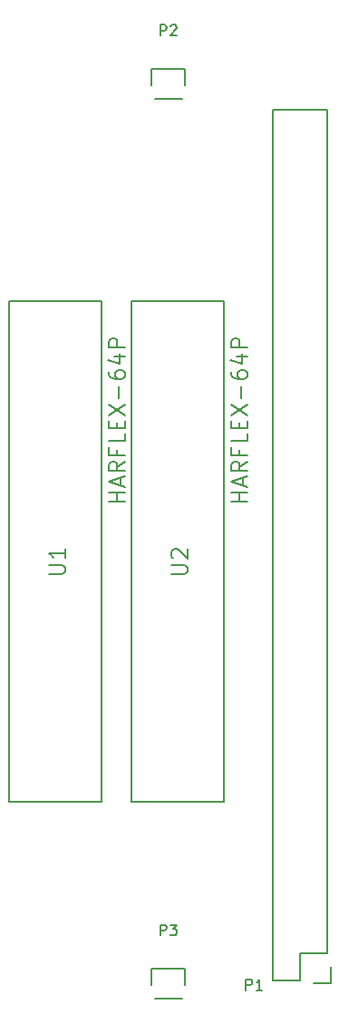
<source format=gto>
G04 #@! TF.FileFunction,Legend,Top*
%FSLAX46Y46*%
G04 Gerber Fmt 4.6, Leading zero omitted, Abs format (unit mm)*
G04 Created by KiCad (PCBNEW 4.0.4-stable) date 11/09/16 23:44:31*
%MOMM*%
%LPD*%
G01*
G04 APERTURE LIST*
%ADD10C,0.150000*%
G04 APERTURE END LIST*
D10*
X16550000Y-6450000D02*
X16550000Y-8000000D01*
X13450000Y-8000000D02*
X13450000Y-6450000D01*
X13450000Y-6450000D02*
X16550000Y-6450000D01*
X13730000Y-9270000D02*
X16270000Y-9270000D01*
X24790000Y-10270000D02*
X24790000Y-91550000D01*
X29870000Y-89010000D02*
X29870000Y-10270000D01*
X24790000Y-10270000D02*
X29870000Y-10270000D01*
X24790000Y-91550000D02*
X27330000Y-91550000D01*
X28600000Y-91830000D02*
X30150000Y-91830000D01*
X27330000Y-91550000D02*
X27330000Y-89010000D01*
X27330000Y-89010000D02*
X29870000Y-89010000D01*
X30150000Y-91830000D02*
X30150000Y-90280000D01*
X116000Y-28110000D02*
X8752000Y-28110000D01*
X8752000Y-28110000D02*
X8752000Y-74846000D01*
X8752000Y-74846000D02*
X116000Y-74846000D01*
X116000Y-74846000D02*
X116000Y-28110000D01*
X11546000Y-28110000D02*
X20182000Y-28110000D01*
X20182000Y-28110000D02*
X20182000Y-74846000D01*
X20182000Y-74846000D02*
X11546000Y-74846000D01*
X11546000Y-74846000D02*
X11546000Y-28110000D01*
X16550000Y-90450000D02*
X16550000Y-92000000D01*
X13450000Y-92000000D02*
X13450000Y-90450000D01*
X13450000Y-90450000D02*
X16550000Y-90450000D01*
X13730000Y-93270000D02*
X16270000Y-93270000D01*
X14261905Y-3352381D02*
X14261905Y-2352381D01*
X14642858Y-2352381D01*
X14738096Y-2400000D01*
X14785715Y-2447619D01*
X14833334Y-2542857D01*
X14833334Y-2685714D01*
X14785715Y-2780952D01*
X14738096Y-2828571D01*
X14642858Y-2876190D01*
X14261905Y-2876190D01*
X15214286Y-2447619D02*
X15261905Y-2400000D01*
X15357143Y-2352381D01*
X15595239Y-2352381D01*
X15690477Y-2400000D01*
X15738096Y-2447619D01*
X15785715Y-2542857D01*
X15785715Y-2638095D01*
X15738096Y-2780952D01*
X15166667Y-3352381D01*
X15785715Y-3352381D01*
X22261905Y-92452381D02*
X22261905Y-91452381D01*
X22642858Y-91452381D01*
X22738096Y-91500000D01*
X22785715Y-91547619D01*
X22833334Y-91642857D01*
X22833334Y-91785714D01*
X22785715Y-91880952D01*
X22738096Y-91928571D01*
X22642858Y-91976190D01*
X22261905Y-91976190D01*
X23785715Y-92452381D02*
X23214286Y-92452381D01*
X23500000Y-92452381D02*
X23500000Y-91452381D01*
X23404762Y-91595238D01*
X23309524Y-91690476D01*
X23214286Y-91738095D01*
X3866571Y-53636857D02*
X5080857Y-53636857D01*
X5223714Y-53565429D01*
X5295143Y-53494000D01*
X5366571Y-53351143D01*
X5366571Y-53065429D01*
X5295143Y-52922571D01*
X5223714Y-52851143D01*
X5080857Y-52779714D01*
X3866571Y-52779714D01*
X5366571Y-51279714D02*
X5366571Y-52136857D01*
X5366571Y-51708285D02*
X3866571Y-51708285D01*
X4080857Y-51851142D01*
X4223714Y-51994000D01*
X4295143Y-52136857D01*
X10954571Y-46857428D02*
X9454571Y-46857428D01*
X10168857Y-46857428D02*
X10168857Y-46000285D01*
X10954571Y-46000285D02*
X9454571Y-46000285D01*
X10526000Y-45357428D02*
X10526000Y-44643142D01*
X10954571Y-45500285D02*
X9454571Y-45000285D01*
X10954571Y-44500285D01*
X10954571Y-43143142D02*
X10240286Y-43643142D01*
X10954571Y-44000285D02*
X9454571Y-44000285D01*
X9454571Y-43428857D01*
X9526000Y-43285999D01*
X9597429Y-43214571D01*
X9740286Y-43143142D01*
X9954571Y-43143142D01*
X10097429Y-43214571D01*
X10168857Y-43285999D01*
X10240286Y-43428857D01*
X10240286Y-44000285D01*
X10168857Y-42000285D02*
X10168857Y-42500285D01*
X10954571Y-42500285D02*
X9454571Y-42500285D01*
X9454571Y-41785999D01*
X10954571Y-40500285D02*
X10954571Y-41214571D01*
X9454571Y-41214571D01*
X10168857Y-40000285D02*
X10168857Y-39500285D01*
X10954571Y-39285999D02*
X10954571Y-40000285D01*
X9454571Y-40000285D01*
X9454571Y-39285999D01*
X9454571Y-38785999D02*
X10954571Y-37785999D01*
X9454571Y-37785999D02*
X10954571Y-38785999D01*
X10383143Y-37214571D02*
X10383143Y-36071714D01*
X9454571Y-34714571D02*
X9454571Y-35000285D01*
X9526000Y-35143142D01*
X9597429Y-35214571D01*
X9811714Y-35357428D01*
X10097429Y-35428857D01*
X10668857Y-35428857D01*
X10811714Y-35357428D01*
X10883143Y-35286000D01*
X10954571Y-35143142D01*
X10954571Y-34857428D01*
X10883143Y-34714571D01*
X10811714Y-34643142D01*
X10668857Y-34571714D01*
X10311714Y-34571714D01*
X10168857Y-34643142D01*
X10097429Y-34714571D01*
X10026000Y-34857428D01*
X10026000Y-35143142D01*
X10097429Y-35286000D01*
X10168857Y-35357428D01*
X10311714Y-35428857D01*
X9954571Y-33286000D02*
X10954571Y-33286000D01*
X9383143Y-33643143D02*
X10454571Y-34000286D01*
X10454571Y-33071714D01*
X10954571Y-32500286D02*
X9454571Y-32500286D01*
X9454571Y-31928858D01*
X9526000Y-31786000D01*
X9597429Y-31714572D01*
X9740286Y-31643143D01*
X9954571Y-31643143D01*
X10097429Y-31714572D01*
X10168857Y-31786000D01*
X10240286Y-31928858D01*
X10240286Y-32500286D01*
X15296571Y-53636857D02*
X16510857Y-53636857D01*
X16653714Y-53565429D01*
X16725143Y-53494000D01*
X16796571Y-53351143D01*
X16796571Y-53065429D01*
X16725143Y-52922571D01*
X16653714Y-52851143D01*
X16510857Y-52779714D01*
X15296571Y-52779714D01*
X15439429Y-52136857D02*
X15368000Y-52065428D01*
X15296571Y-51922571D01*
X15296571Y-51565428D01*
X15368000Y-51422571D01*
X15439429Y-51351142D01*
X15582286Y-51279714D01*
X15725143Y-51279714D01*
X15939429Y-51351142D01*
X16796571Y-52208285D01*
X16796571Y-51279714D01*
X22384571Y-46857428D02*
X20884571Y-46857428D01*
X21598857Y-46857428D02*
X21598857Y-46000285D01*
X22384571Y-46000285D02*
X20884571Y-46000285D01*
X21956000Y-45357428D02*
X21956000Y-44643142D01*
X22384571Y-45500285D02*
X20884571Y-45000285D01*
X22384571Y-44500285D01*
X22384571Y-43143142D02*
X21670286Y-43643142D01*
X22384571Y-44000285D02*
X20884571Y-44000285D01*
X20884571Y-43428857D01*
X20956000Y-43285999D01*
X21027429Y-43214571D01*
X21170286Y-43143142D01*
X21384571Y-43143142D01*
X21527429Y-43214571D01*
X21598857Y-43285999D01*
X21670286Y-43428857D01*
X21670286Y-44000285D01*
X21598857Y-42000285D02*
X21598857Y-42500285D01*
X22384571Y-42500285D02*
X20884571Y-42500285D01*
X20884571Y-41785999D01*
X22384571Y-40500285D02*
X22384571Y-41214571D01*
X20884571Y-41214571D01*
X21598857Y-40000285D02*
X21598857Y-39500285D01*
X22384571Y-39285999D02*
X22384571Y-40000285D01*
X20884571Y-40000285D01*
X20884571Y-39285999D01*
X20884571Y-38785999D02*
X22384571Y-37785999D01*
X20884571Y-37785999D02*
X22384571Y-38785999D01*
X21813143Y-37214571D02*
X21813143Y-36071714D01*
X20884571Y-34714571D02*
X20884571Y-35000285D01*
X20956000Y-35143142D01*
X21027429Y-35214571D01*
X21241714Y-35357428D01*
X21527429Y-35428857D01*
X22098857Y-35428857D01*
X22241714Y-35357428D01*
X22313143Y-35286000D01*
X22384571Y-35143142D01*
X22384571Y-34857428D01*
X22313143Y-34714571D01*
X22241714Y-34643142D01*
X22098857Y-34571714D01*
X21741714Y-34571714D01*
X21598857Y-34643142D01*
X21527429Y-34714571D01*
X21456000Y-34857428D01*
X21456000Y-35143142D01*
X21527429Y-35286000D01*
X21598857Y-35357428D01*
X21741714Y-35428857D01*
X21384571Y-33286000D02*
X22384571Y-33286000D01*
X20813143Y-33643143D02*
X21884571Y-34000286D01*
X21884571Y-33071714D01*
X22384571Y-32500286D02*
X20884571Y-32500286D01*
X20884571Y-31928858D01*
X20956000Y-31786000D01*
X21027429Y-31714572D01*
X21170286Y-31643143D01*
X21384571Y-31643143D01*
X21527429Y-31714572D01*
X21598857Y-31786000D01*
X21670286Y-31928858D01*
X21670286Y-32500286D01*
X14261905Y-87352381D02*
X14261905Y-86352381D01*
X14642858Y-86352381D01*
X14738096Y-86400000D01*
X14785715Y-86447619D01*
X14833334Y-86542857D01*
X14833334Y-86685714D01*
X14785715Y-86780952D01*
X14738096Y-86828571D01*
X14642858Y-86876190D01*
X14261905Y-86876190D01*
X15166667Y-86352381D02*
X15785715Y-86352381D01*
X15452381Y-86733333D01*
X15595239Y-86733333D01*
X15690477Y-86780952D01*
X15738096Y-86828571D01*
X15785715Y-86923810D01*
X15785715Y-87161905D01*
X15738096Y-87257143D01*
X15690477Y-87304762D01*
X15595239Y-87352381D01*
X15309524Y-87352381D01*
X15214286Y-87304762D01*
X15166667Y-87257143D01*
M02*

</source>
